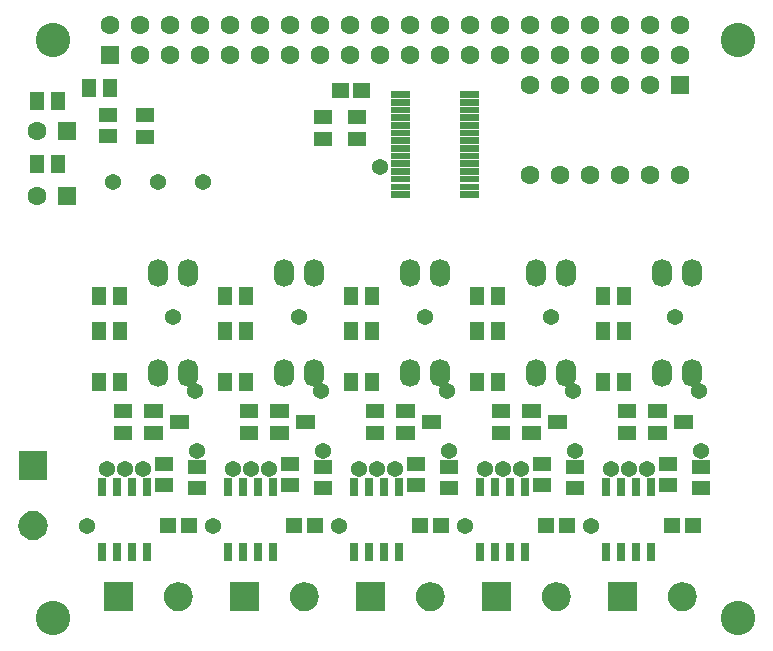
<source format=gts>
G04 Layer_Color=8388736*
%FSLAX25Y25*%
%MOIN*%
G70*
G01*
G75*
%ADD37O,0.06699X0.09258*%
%ADD38R,0.05912X0.05124*%
%ADD39R,0.05124X0.05912*%
%ADD40R,0.02762X0.06384*%
%ADD41C,0.06306*%
%ADD42C,0.06306*%
%ADD43R,0.06306X0.06306*%
%ADD44R,0.06306X0.06306*%
%ADD45C,0.11500*%
%ADD46C,0.05400*%
G36*
X36819Y-133602D02*
X30520D01*
Y-128878D01*
X36819D01*
Y-133602D01*
D02*
G37*
G36*
X-1677Y-146823D02*
X-11323D01*
Y-137177D01*
X-1677D01*
Y-146823D01*
D02*
G37*
G36*
X120819Y-133602D02*
X114520D01*
Y-128878D01*
X120819D01*
Y-133602D01*
D02*
G37*
G36*
X78819D02*
X72520D01*
Y-128878D01*
X78819D01*
Y-133602D01*
D02*
G37*
G36*
X174299Y-164362D02*
X168787D01*
Y-159638D01*
X174299D01*
Y-164362D01*
D02*
G37*
G36*
X167213D02*
X161701D01*
Y-159638D01*
X167213D01*
Y-164362D01*
D02*
G37*
G36*
X216299D02*
X210787D01*
Y-159638D01*
X216299D01*
Y-164362D01*
D02*
G37*
G36*
X209213D02*
X203701D01*
Y-159638D01*
X209213D01*
Y-164362D01*
D02*
G37*
G36*
X171480Y-129862D02*
X165181D01*
Y-125138D01*
X171480D01*
Y-129862D01*
D02*
G37*
G36*
X129480D02*
X123181D01*
Y-125138D01*
X129480D01*
Y-129862D01*
D02*
G37*
G36*
X36819Y-126122D02*
X30520D01*
Y-121398D01*
X36819D01*
Y-126122D01*
D02*
G37*
G36*
X213480Y-129862D02*
X207181D01*
Y-125138D01*
X213480D01*
Y-129862D01*
D02*
G37*
G36*
X204819Y-133602D02*
X198520D01*
Y-128878D01*
X204819D01*
Y-133602D01*
D02*
G37*
G36*
X162819D02*
X156520D01*
Y-128878D01*
X162819D01*
Y-133602D01*
D02*
G37*
G36*
X87480Y-129862D02*
X81181D01*
Y-125138D01*
X87480D01*
Y-129862D01*
D02*
G37*
G36*
X45480D02*
X39181D01*
Y-125138D01*
X45480D01*
Y-129862D01*
D02*
G37*
G36*
X132299Y-164362D02*
X126787D01*
Y-159638D01*
X132299D01*
Y-164362D01*
D02*
G37*
G36*
X26723Y-190523D02*
X17077D01*
Y-180877D01*
X26723D01*
Y-190523D01*
D02*
G37*
G36*
X211159Y-181001D02*
X212332Y-181487D01*
X213340Y-182260D01*
X214113Y-183268D01*
X214599Y-184441D01*
X214764Y-185700D01*
X214599Y-186959D01*
X214113Y-188132D01*
X213340Y-189140D01*
X212332Y-189913D01*
X211159Y-190399D01*
X209900Y-190565D01*
X208641Y-190399D01*
X207468Y-189913D01*
X206460Y-189140D01*
X205687Y-188132D01*
X205201Y-186959D01*
X205036Y-185700D01*
X205201Y-184441D01*
X205687Y-183268D01*
X206460Y-182260D01*
X207468Y-181487D01*
X208641Y-181001D01*
X209900Y-180835D01*
X211159Y-181001D01*
D02*
G37*
G36*
X110723Y-190523D02*
X101077D01*
Y-180877D01*
X110723D01*
Y-190523D01*
D02*
G37*
G36*
X68723D02*
X59077D01*
Y-180877D01*
X68723D01*
Y-190523D01*
D02*
G37*
G36*
X85159Y-181001D02*
X86332Y-181487D01*
X87340Y-182260D01*
X88113Y-183268D01*
X88599Y-184441D01*
X88764Y-185700D01*
X88599Y-186959D01*
X88113Y-188132D01*
X87340Y-189140D01*
X86332Y-189913D01*
X85159Y-190399D01*
X83900Y-190565D01*
X82641Y-190399D01*
X81468Y-189913D01*
X80460Y-189140D01*
X79687Y-188132D01*
X79201Y-186959D01*
X79036Y-185700D01*
X79201Y-184441D01*
X79687Y-183268D01*
X80460Y-182260D01*
X81468Y-181487D01*
X82641Y-181001D01*
X83900Y-180835D01*
X85159Y-181001D01*
D02*
G37*
G36*
X43159D02*
X44332Y-181487D01*
X45340Y-182260D01*
X46113Y-183268D01*
X46599Y-184441D01*
X46764Y-185700D01*
X46599Y-186959D01*
X46113Y-188132D01*
X45340Y-189140D01*
X44332Y-189913D01*
X43159Y-190399D01*
X41900Y-190565D01*
X40641Y-190399D01*
X39468Y-189913D01*
X38460Y-189140D01*
X37687Y-188132D01*
X37201Y-186959D01*
X37036Y-185700D01*
X37201Y-184441D01*
X37687Y-183268D01*
X38460Y-182260D01*
X39468Y-181487D01*
X40641Y-181001D01*
X41900Y-180835D01*
X43159Y-181001D01*
D02*
G37*
G36*
X169159D02*
X170332Y-181487D01*
X171340Y-182260D01*
X172113Y-183268D01*
X172599Y-184441D01*
X172765Y-185700D01*
X172599Y-186959D01*
X172113Y-188132D01*
X171340Y-189140D01*
X170332Y-189913D01*
X169159Y-190399D01*
X167900Y-190565D01*
X166641Y-190399D01*
X165468Y-189913D01*
X164460Y-189140D01*
X163687Y-188132D01*
X163201Y-186959D01*
X163036Y-185700D01*
X163201Y-184441D01*
X163687Y-183268D01*
X164460Y-182260D01*
X165468Y-181487D01*
X166641Y-181001D01*
X167900Y-180835D01*
X169159Y-181001D01*
D02*
G37*
G36*
X127159D02*
X128332Y-181487D01*
X129340Y-182260D01*
X130113Y-183268D01*
X130599Y-184441D01*
X130764Y-185700D01*
X130599Y-186959D01*
X130113Y-188132D01*
X129340Y-189140D01*
X128332Y-189913D01*
X127159Y-190399D01*
X125900Y-190565D01*
X124641Y-190399D01*
X123468Y-189913D01*
X122460Y-189140D01*
X121687Y-188132D01*
X121201Y-186959D01*
X121036Y-185700D01*
X121201Y-184441D01*
X121687Y-183268D01*
X122460Y-182260D01*
X123468Y-181487D01*
X124641Y-181001D01*
X125900Y-180835D01*
X127159Y-181001D01*
D02*
G37*
G36*
X83213Y-164362D02*
X77701D01*
Y-159638D01*
X83213D01*
Y-164362D01*
D02*
G37*
G36*
X48299D02*
X42787D01*
Y-159638D01*
X48299D01*
Y-164362D01*
D02*
G37*
G36*
X125213D02*
X119701D01*
Y-159638D01*
X125213D01*
Y-164362D01*
D02*
G37*
G36*
X90299D02*
X84787D01*
Y-159638D01*
X90299D01*
Y-164362D01*
D02*
G37*
G36*
X194723Y-190523D02*
X185077D01*
Y-180877D01*
X194723D01*
Y-190523D01*
D02*
G37*
G36*
X152723D02*
X143077D01*
Y-180877D01*
X152723D01*
Y-190523D01*
D02*
G37*
G36*
X41213Y-164362D02*
X35701D01*
Y-159638D01*
X41213D01*
Y-164362D01*
D02*
G37*
G36*
X-5241Y-157301D02*
X-4068Y-157787D01*
X-3060Y-158560D01*
X-2287Y-159568D01*
X-1801Y-160741D01*
X-1636Y-162000D01*
X-1801Y-163259D01*
X-2287Y-164432D01*
X-3060Y-165440D01*
X-4068Y-166213D01*
X-5241Y-166699D01*
X-6500Y-166865D01*
X-7759Y-166699D01*
X-8932Y-166213D01*
X-9940Y-165440D01*
X-10713Y-164432D01*
X-11199Y-163259D01*
X-11364Y-162000D01*
X-11199Y-160741D01*
X-10713Y-159568D01*
X-9940Y-158560D01*
X-8932Y-157787D01*
X-7759Y-157301D01*
X-6500Y-157135D01*
X-5241Y-157301D01*
D02*
G37*
G36*
X78819Y-126122D02*
X72520D01*
Y-121398D01*
X78819D01*
Y-126122D01*
D02*
G37*
G36*
X142294Y-29694D02*
X135706D01*
Y-27506D01*
X142294D01*
Y-29694D01*
D02*
G37*
G36*
X119294D02*
X112706D01*
Y-27506D01*
X119294D01*
Y-29694D01*
D02*
G37*
G36*
X142294Y-27094D02*
X135706D01*
Y-24906D01*
X142294D01*
Y-27094D01*
D02*
G37*
G36*
X119294D02*
X112706D01*
Y-24906D01*
X119294D01*
Y-27094D01*
D02*
G37*
G36*
X142294Y-34794D02*
X135706D01*
Y-32606D01*
X142294D01*
Y-34794D01*
D02*
G37*
G36*
X119294D02*
X112706D01*
Y-32606D01*
X119294D01*
Y-34794D01*
D02*
G37*
G36*
X142294Y-32294D02*
X135706D01*
Y-30106D01*
X142294D01*
Y-32294D01*
D02*
G37*
G36*
X119294D02*
X112706D01*
Y-30106D01*
X119294D01*
Y-32294D01*
D02*
G37*
G36*
X142294Y-19494D02*
X135706D01*
Y-17306D01*
X142294D01*
Y-19494D01*
D02*
G37*
G36*
X119294D02*
X112706D01*
Y-17306D01*
X119294D01*
Y-19494D01*
D02*
G37*
G36*
X105799Y-19362D02*
X100287D01*
Y-14638D01*
X105799D01*
Y-19362D01*
D02*
G37*
G36*
X98713D02*
X93201D01*
Y-14638D01*
X98713D01*
Y-19362D01*
D02*
G37*
G36*
X142294Y-24594D02*
X135706D01*
Y-22406D01*
X142294D01*
Y-24594D01*
D02*
G37*
G36*
X119294D02*
X112706D01*
Y-22406D01*
X119294D01*
Y-24594D01*
D02*
G37*
G36*
X142294Y-21994D02*
X135706D01*
Y-19806D01*
X142294D01*
Y-21994D01*
D02*
G37*
G36*
X119294D02*
X112706D01*
Y-19806D01*
X119294D01*
Y-21994D01*
D02*
G37*
G36*
X142294Y-37394D02*
X135706D01*
Y-35206D01*
X142294D01*
Y-37394D01*
D02*
G37*
G36*
X119294Y-50194D02*
X112706D01*
Y-48006D01*
X119294D01*
Y-50194D01*
D02*
G37*
G36*
X142294Y-52694D02*
X135706D01*
Y-50506D01*
X142294D01*
Y-52694D01*
D02*
G37*
G36*
X119294Y-47594D02*
X112706D01*
Y-45406D01*
X119294D01*
Y-47594D01*
D02*
G37*
G36*
X142294Y-50194D02*
X135706D01*
Y-48006D01*
X142294D01*
Y-50194D01*
D02*
G37*
G36*
X162819Y-126122D02*
X156520D01*
Y-121398D01*
X162819D01*
Y-126122D01*
D02*
G37*
G36*
X120819D02*
X114520D01*
Y-121398D01*
X120819D01*
Y-126122D01*
D02*
G37*
G36*
X119294Y-52694D02*
X112706D01*
Y-50506D01*
X119294D01*
Y-52694D01*
D02*
G37*
G36*
X204819Y-126122D02*
X198520D01*
Y-121398D01*
X204819D01*
Y-126122D01*
D02*
G37*
G36*
X119294Y-39894D02*
X112706D01*
Y-37706D01*
X119294D01*
Y-39894D01*
D02*
G37*
G36*
X142294Y-42494D02*
X135706D01*
Y-40306D01*
X142294D01*
Y-42494D01*
D02*
G37*
G36*
X119294Y-37394D02*
X112706D01*
Y-35206D01*
X119294D01*
Y-37394D01*
D02*
G37*
G36*
X142294Y-39894D02*
X135706D01*
Y-37706D01*
X142294D01*
Y-39894D01*
D02*
G37*
G36*
X119294Y-45094D02*
X112706D01*
Y-42906D01*
X119294D01*
Y-45094D01*
D02*
G37*
G36*
X142294Y-47594D02*
X135706D01*
Y-45406D01*
X142294D01*
Y-47594D01*
D02*
G37*
G36*
X119294Y-42494D02*
X112706D01*
Y-40306D01*
X119294D01*
Y-42494D01*
D02*
G37*
G36*
X142294Y-45094D02*
X135706D01*
Y-42906D01*
X142294D01*
Y-45094D01*
D02*
G37*
D37*
X213000Y-111232D02*
D03*
X203000D02*
D03*
Y-77768D02*
D03*
X213000D02*
D03*
X171000Y-111232D02*
D03*
X161000D02*
D03*
Y-77768D02*
D03*
X171000D02*
D03*
X129000Y-111232D02*
D03*
X119000D02*
D03*
Y-77768D02*
D03*
X129000D02*
D03*
X87000Y-111232D02*
D03*
X77000D02*
D03*
Y-77768D02*
D03*
X87000D02*
D03*
X45000Y-111232D02*
D03*
X35000D02*
D03*
Y-77768D02*
D03*
X45000D02*
D03*
D38*
X191500Y-131043D02*
D03*
Y-123957D02*
D03*
X149500Y-131043D02*
D03*
Y-123957D02*
D03*
X107500Y-131043D02*
D03*
Y-123957D02*
D03*
X65500Y-131043D02*
D03*
Y-123957D02*
D03*
X23500Y-131043D02*
D03*
Y-123957D02*
D03*
X216000Y-149543D02*
D03*
Y-142457D02*
D03*
X174000Y-149543D02*
D03*
Y-142457D02*
D03*
X132000Y-149543D02*
D03*
Y-142457D02*
D03*
X90000Y-149543D02*
D03*
Y-142457D02*
D03*
X48000Y-149543D02*
D03*
Y-142457D02*
D03*
X101500Y-25957D02*
D03*
Y-33043D02*
D03*
X90000Y-33043D02*
D03*
Y-25957D02*
D03*
X30700Y-25257D02*
D03*
Y-32343D02*
D03*
X18600Y-25157D02*
D03*
Y-32243D02*
D03*
X37000Y-148543D02*
D03*
Y-141457D02*
D03*
X79000Y-148543D02*
D03*
Y-141457D02*
D03*
X121000Y-148543D02*
D03*
Y-141457D02*
D03*
X163000Y-148543D02*
D03*
Y-141457D02*
D03*
X205000Y-148543D02*
D03*
Y-141457D02*
D03*
D39*
X183457Y-114000D02*
D03*
X190543D02*
D03*
X141457D02*
D03*
X148543D02*
D03*
X99457D02*
D03*
X106543D02*
D03*
X57457D02*
D03*
X64543D02*
D03*
X15457D02*
D03*
X22543D02*
D03*
X190543Y-85500D02*
D03*
X183457D02*
D03*
X148543D02*
D03*
X141457D02*
D03*
X106543D02*
D03*
X99457D02*
D03*
X64543D02*
D03*
X57457D02*
D03*
X22543D02*
D03*
X15457D02*
D03*
X190543Y-97000D02*
D03*
X183457D02*
D03*
X148543D02*
D03*
X141457D02*
D03*
X106543D02*
D03*
X99457D02*
D03*
X64543D02*
D03*
X57457D02*
D03*
X22543D02*
D03*
X15457D02*
D03*
X19143Y-16200D02*
D03*
X12057D02*
D03*
X-5143Y-20400D02*
D03*
X1943D02*
D03*
X-5143Y-41500D02*
D03*
X1943D02*
D03*
D40*
X16500Y-170787D02*
D03*
X21500D02*
D03*
X26500D02*
D03*
X31500D02*
D03*
X16500Y-149213D02*
D03*
X21500D02*
D03*
X26500D02*
D03*
X31500D02*
D03*
X58500Y-170787D02*
D03*
X63500D02*
D03*
X68500D02*
D03*
X73500D02*
D03*
X58500Y-149213D02*
D03*
X63500D02*
D03*
X68500D02*
D03*
X73500D02*
D03*
X100500Y-170787D02*
D03*
X105500D02*
D03*
X110500D02*
D03*
X115500D02*
D03*
X100500Y-149213D02*
D03*
X105500D02*
D03*
X110500D02*
D03*
X115500D02*
D03*
X142500Y-170787D02*
D03*
X147500D02*
D03*
X152500D02*
D03*
X157500D02*
D03*
X142500Y-149213D02*
D03*
X147500D02*
D03*
X152500D02*
D03*
X157500D02*
D03*
X184500Y-170787D02*
D03*
X189500D02*
D03*
X194500D02*
D03*
X199500D02*
D03*
X184500Y-149213D02*
D03*
X189500D02*
D03*
X194500D02*
D03*
X199500D02*
D03*
D41*
X159200Y-45000D02*
D03*
X169200D02*
D03*
X179200D02*
D03*
X189200D02*
D03*
X199200D02*
D03*
X209200D02*
D03*
X159200Y-15000D02*
D03*
X19200Y5000D02*
D03*
X29200Y-5000D02*
D03*
Y5000D02*
D03*
X39200Y-5000D02*
D03*
Y5000D02*
D03*
X49200Y-5000D02*
D03*
Y5000D02*
D03*
X59200Y-5000D02*
D03*
Y5000D02*
D03*
X69200Y-5000D02*
D03*
Y5000D02*
D03*
X79200Y-5000D02*
D03*
Y5000D02*
D03*
X89200Y-5000D02*
D03*
Y5000D02*
D03*
X99200Y-5000D02*
D03*
Y5000D02*
D03*
X109200Y-5000D02*
D03*
Y5000D02*
D03*
X119200Y-5000D02*
D03*
Y5000D02*
D03*
X129200Y-5000D02*
D03*
Y5000D02*
D03*
X139200Y-5000D02*
D03*
Y5000D02*
D03*
X149200Y-5000D02*
D03*
Y5000D02*
D03*
X159200Y-5000D02*
D03*
Y5000D02*
D03*
X169200Y-5000D02*
D03*
Y5000D02*
D03*
X179200Y-5000D02*
D03*
Y5000D02*
D03*
X189200Y-5000D02*
D03*
Y5000D02*
D03*
X199200Y-5000D02*
D03*
Y5000D02*
D03*
X209200Y-5000D02*
D03*
Y5000D02*
D03*
X-5200Y-30600D02*
D03*
Y-52200D02*
D03*
D42*
X169200Y-15000D02*
D03*
X179200D02*
D03*
X189200D02*
D03*
X199200D02*
D03*
D43*
X209200D02*
D03*
D44*
X19200Y-5000D02*
D03*
X4800Y-30600D02*
D03*
Y-52200D02*
D03*
D45*
X0Y-192900D02*
D03*
Y0D02*
D03*
X228400D02*
D03*
Y-192900D02*
D03*
D46*
X18000Y-143000D02*
D03*
X24000D02*
D03*
X144000D02*
D03*
X150000D02*
D03*
X186000D02*
D03*
X192000D02*
D03*
X108000D02*
D03*
X60000D02*
D03*
X66000D02*
D03*
X102000D02*
D03*
X40000Y-92500D02*
D03*
X207500D02*
D03*
X50000Y-47500D02*
D03*
X35000D02*
D03*
X20000D02*
D03*
X11500Y-162000D02*
D03*
X47500Y-117000D02*
D03*
X48000Y-137000D02*
D03*
X72000Y-143000D02*
D03*
X90000Y-137000D02*
D03*
X53500Y-162000D02*
D03*
X89500Y-117000D02*
D03*
X60000Y-143000D02*
D03*
X66000D02*
D03*
X82000Y-92500D02*
D03*
X114000Y-143000D02*
D03*
X132000Y-137000D02*
D03*
X95500Y-162000D02*
D03*
X131500Y-117000D02*
D03*
X102000Y-143000D02*
D03*
X108000D02*
D03*
X124000Y-92500D02*
D03*
X109000Y-42500D02*
D03*
X156000Y-143000D02*
D03*
X174000Y-137000D02*
D03*
X137500Y-162000D02*
D03*
X173500Y-117000D02*
D03*
X150000Y-143000D02*
D03*
X144000D02*
D03*
D03*
X150000D02*
D03*
X166000Y-92500D02*
D03*
X198000Y-143000D02*
D03*
X216000Y-137000D02*
D03*
X179500Y-162000D02*
D03*
X215500Y-117000D02*
D03*
X192000Y-143000D02*
D03*
X186000D02*
D03*
D03*
X192000D02*
D03*
X30000D02*
D03*
M02*

</source>
